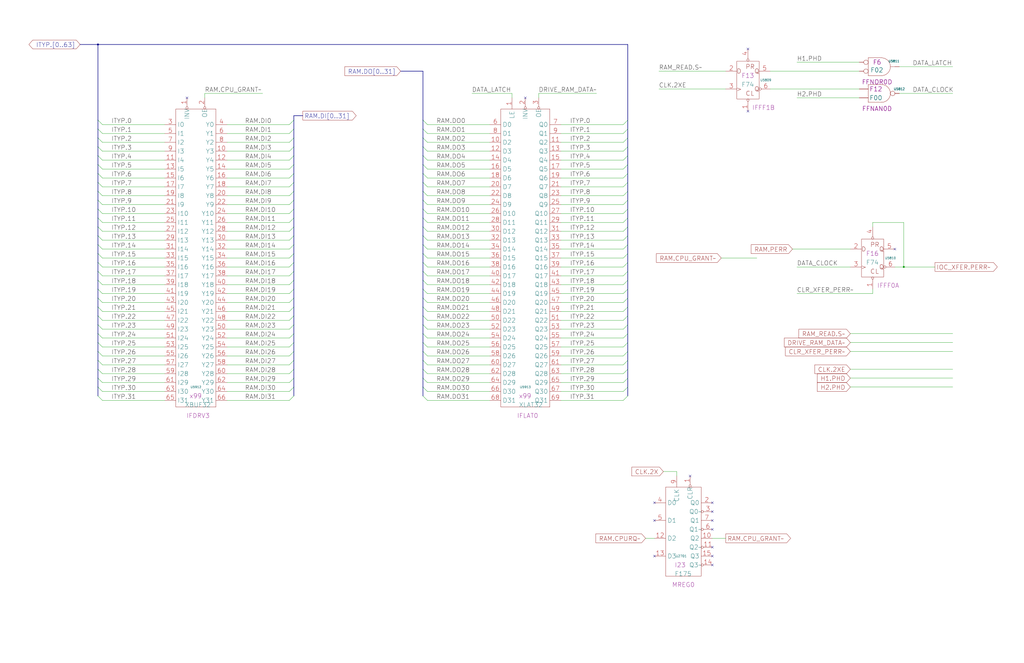
<source format=kicad_sch>
(kicad_sch (version 20221206) (generator eeschema)
  (paper "User" 584.2 378.46)
  (title_block (title "RAM INTERFACE\\nDATA PATHS") (date "22-SEP-90") (rev "2.0") (comment 1 "IOC") (comment 2 "232-003061") (comment 3 "S400") (comment 4 "RELEASED"))
  (lib_symbols
    (symbol "r1000:F00" (pin_numbers hide) (pin_names hide)
      (property "Reference" "U" (at 15.24 0 0))
      (property "Value" "F00" (at 1.905 -5.08 0))
      (property "Location" "___" (at 1.905 0 0))
      (property "Name" "______" (at 2.54 -12.7 0))
      (symbol "F00_1_1"
        (pin input line (at -7.62 0 0) (length 5.08) (name "D0") (number "1"))
        (pin input line (at -7.62 -5.08 0) (length 5.08) (name "D1") (number "2"))
        (pin output line (at 15.24 -2.54 180) (length 2.54) (name "Q") (number "3"))
      )
      (symbol "F00_1_2"
        (pin input line (at -7.62 0 0) (length 2.54) (name "D0") (number "1"))
        (pin input line (at -7.62 -5.08 0) (length 2.54) (name "D1") (number "2"))
        (pin output line (at 15.24 -2.54 180) (length 5.08) (name "Q") (number "3"))
      )
    )
    (symbol "r1000:F02" (pin_numbers hide) (pin_names hide)
      (property "Reference" "U" (at 12.16 0.635 0))
      (property "Value" "F02" (at -1.27 -4.445 0))
      (property "Location" "___" (at 2.54 0 0))
      (property "Name" "______" (at 2.54 -12.7 0))
      (symbol "F02_1_1"
        (pin input line (at -7.62 0 0) (length 2.54) (name "D0") (number "1"))
        (pin input line (at -7.62 -5.08 0) (length 2.54) (name "D1") (number "2"))
        (pin output line (at 15.24 -2.54 180) (length 1.27) (name "Q") (number "3"))
      )
      (symbol "F02_1_2"
        (pin input line (at -7.62 0 0) (length 2.54) (name "D0") (number "1"))
        (pin input line (at -7.62 -5.08 0) (length 2.54) (name "D1") (number "2"))
        (pin output line (at 15.24 -2.54 180) (length 2.54) (name "Q") (number "3"))
      )
    )
    (symbol "r1000:F175" (pin_names (offset 1.016))
      (property "Reference" "U" (at 2.54 5.08 0))
      (property "Value" "F175" (at -1.27 -5.08 0))
      (property "Location" "___" (at -1.27 0 0))
      (property "Name" "______" (at 3.81 -12.7 0))
      (symbol "F175_1_1"
        (pin input line (at 7.62 50.8 270) (length 5.08) (name "CLR") (number "1"))
        (pin output line (at 20.32 15.24 180) (length 6.35) (name "Q2") (number "10"))
        (pin output line (at 20.32 10.16 180) (length 5.08) (name "Q2~") (number "11"))
        (pin input line (at -12.7 15.24 0) (length 6.35) (name "D2") (number "12"))
        (pin input line (at -12.7 5.08 0) (length 6.35) (name "D3") (number "13"))
        (pin output line (at 20.32 0 180) (length 5.08) (name "Q3~") (number "14"))
        (pin output line (at 20.32 5.08 180) (length 6.35) (name "Q3") (number "15"))
        (pin output line (at 20.32 35.56 180) (length 6.35) (name "Q0") (number "2"))
        (pin output line (at 20.32 30.48 180) (length 5.08) (name "Q0~") (number "3"))
        (pin input line (at -12.7 35.56 0) (length 6.35) (name "D0") (number "4"))
        (pin input line (at -12.7 25.4 0) (length 6.35) (name "D1") (number "5"))
        (pin output line (at 20.32 20.32 180) (length 5.08) (name "Q1~") (number "6"))
        (pin output line (at 20.32 25.4 180) (length 6.35) (name "Q1") (number "7"))
        (pin input line (at 0 50.8 270) (length 6.35) (name "CLK") (number "9"))
      )
    )
    (symbol "r1000:F74" (pin_names (offset 1.016) hide)
      (property "Reference" "U" (at 12.7 -2.54 0))
      (property "Value" "F74" (at -1.27 -5.08 0))
      (property "Location" "___" (at -1.27 0 0))
      (property "Name" "______" (at 11.43 -19.685 0))
      (symbol "F74_1_1"
        (text ">" (at -2.54 -7.62 0) (effects (font (size 2.54 2.54))))
        (text "C" (at 2.54 -10.16 0) (effects (font (size 2.54 2.54))))
        (text "D" (at -2.54 2.54 0) (effects (font (size 2.54 2.54))))
        (text "L" (at 5.08 -10.16 0) (effects (font (size 2.54 2.54))))
        (text "P" (at 2.54 5.08 0) (effects (font (size 2.54 2.54))))
        (text "Q" (at 7.62 -7.62 0) (effects (font (size 2.54 2.54))))
        (text "Q" (at 7.62 2.54 0) (effects (font (size 2.54 2.54))))
        (text "R" (at 5.08 5.08 0) (effects (font (size 2.54 2.54))))
        (pin input line (at 2.54 -20.32 90) (length 5.08) (name "CL_") (number "1"))
        (pin input line (at -10.16 2.54 0) (length 6.35) (name "D") (number "2"))
        (pin input line (at -10.16 -7.62 0) (length 6.35) (name "CLK") (number "3"))
        (pin input line (at 2.54 15.24 270) (length 5.08) (name "PR_") (number "4"))
        (pin output line (at 15.24 2.54 180) (length 6.35) (name "Q") (number "5"))
        (pin output line (at 15.24 -7.62 180) (length 5.08) (name "Q_") (number "6"))
      )
    )
    (symbol "r1000:XBUF32" (pin_names (offset 1.016))
      (property "Reference" "U" (at 2.54 5.08 0))
      (property "Value" "XBUF32" (at -3.81 -5.08 0))
      (property "Location" "___" (at -1.27 0 0))
      (property "Name" "______" (at 3.81 -12.7 0))
      (symbol "XBUF32_1_1"
        (pin input line (at -2.54 170.18 270) (length 5.08) (name "INV") (number "1"))
        (pin tri_state line (at 20.32 139.7 180) (length 6.35) (name "Y3") (number "10"))
        (pin input line (at -15.24 134.62 0) (length 6.35) (name "I4") (number "11"))
        (pin tri_state line (at 20.32 134.62 180) (length 6.35) (name "Y4") (number "12"))
        (pin input line (at -15.24 129.54 0) (length 6.35) (name "I5") (number "13"))
        (pin tri_state line (at 20.32 129.54 180) (length 6.35) (name "Y5") (number "14"))
        (pin input line (at -15.24 124.46 0) (length 6.35) (name "I6") (number "15"))
        (pin tri_state line (at 20.32 124.46 180) (length 6.35) (name "Y6") (number "16"))
        (pin input line (at -15.24 119.38 0) (length 6.35) (name "I7") (number "17"))
        (pin tri_state line (at 20.32 119.38 180) (length 6.35) (name "Y7") (number "18"))
        (pin input line (at -15.24 114.3 0) (length 6.35) (name "I8") (number "19"))
        (pin input line (at 7.62 170.18 270) (length 5.08) (name "OE") (number "2"))
        (pin tri_state line (at 20.32 114.3 180) (length 6.35) (name "Y8") (number "20"))
        (pin input line (at -15.24 109.22 0) (length 6.35) (name "I9") (number "21"))
        (pin tri_state line (at 20.32 109.22 180) (length 6.35) (name "Y9") (number "22"))
        (pin input line (at -15.24 104.14 0) (length 6.35) (name "I10") (number "23"))
        (pin tri_state line (at 20.32 104.14 180) (length 6.35) (name "Y10") (number "24"))
        (pin input line (at -15.24 99.06 0) (length 6.35) (name "I11") (number "25"))
        (pin tri_state line (at 20.32 99.06 180) (length 6.35) (name "Y11") (number "26"))
        (pin input line (at -15.24 93.98 0) (length 6.35) (name "I12") (number "27"))
        (pin tri_state line (at 20.32 93.98 180) (length 6.35) (name "Y12") (number "28"))
        (pin input line (at -15.24 88.9 0) (length 6.35) (name "I13") (number "29"))
        (pin input line (at -15.24 154.94 0) (length 6.35) (name "I0") (number "3"))
        (pin tri_state line (at 20.32 88.9 180) (length 6.35) (name "Y13") (number "30"))
        (pin input line (at -15.24 83.82 0) (length 6.35) (name "I14") (number "31"))
        (pin tri_state line (at 20.32 83.82 180) (length 6.35) (name "Y14") (number "32"))
        (pin input line (at -15.24 78.74 0) (length 6.35) (name "I15") (number "33"))
        (pin tri_state line (at 20.32 78.74 180) (length 6.35) (name "Y15") (number "34"))
        (pin input line (at -15.24 73.66 0) (length 6.35) (name "I16") (number "35"))
        (pin tri_state line (at 20.32 73.66 180) (length 6.35) (name "Y16") (number "36"))
        (pin input line (at -15.24 68.58 0) (length 6.35) (name "I17") (number "37"))
        (pin tri_state line (at 20.32 68.58 180) (length 6.35) (name "Y17") (number "38"))
        (pin input line (at -15.24 63.5 0) (length 6.35) (name "I18") (number "39"))
        (pin tri_state line (at 20.32 154.94 180) (length 6.35) (name "Y0") (number "4"))
        (pin tri_state line (at 20.32 63.5 180) (length 6.35) (name "Y18") (number "40"))
        (pin input line (at -15.24 58.42 0) (length 6.35) (name "I19") (number "41"))
        (pin tri_state line (at 20.32 58.42 180) (length 6.35) (name "Y19") (number "42"))
        (pin input line (at -15.24 53.34 0) (length 6.35) (name "I20") (number "43"))
        (pin tri_state line (at 20.32 53.34 180) (length 6.35) (name "Y20") (number "44"))
        (pin input line (at -15.24 48.26 0) (length 6.35) (name "I21") (number "45"))
        (pin tri_state line (at 20.32 48.26 180) (length 6.35) (name "Y21") (number "46"))
        (pin input line (at -15.24 43.18 0) (length 6.35) (name "I22") (number "47"))
        (pin tri_state line (at 20.32 43.18 180) (length 6.35) (name "Y22") (number "48"))
        (pin input line (at -15.24 38.1 0) (length 6.35) (name "I23") (number "49"))
        (pin input line (at -15.24 149.86 0) (length 6.35) (name "I1") (number "5"))
        (pin tri_state line (at 20.32 38.1 180) (length 6.35) (name "Y23") (number "50"))
        (pin input line (at -15.24 33.02 0) (length 6.35) (name "I24") (number "51"))
        (pin tri_state line (at 20.32 33.02 180) (length 6.35) (name "Y24") (number "52"))
        (pin input line (at -15.24 27.94 0) (length 6.35) (name "I25") (number "53"))
        (pin tri_state line (at 20.32 27.94 180) (length 6.35) (name "Y25") (number "54"))
        (pin input line (at -15.24 22.86 0) (length 6.35) (name "I26") (number "55"))
        (pin tri_state line (at 20.32 22.86 180) (length 6.35) (name "Y26") (number "56"))
        (pin input line (at -15.24 17.78 0) (length 6.35) (name "I27") (number "57"))
        (pin tri_state line (at 20.32 17.78 180) (length 6.35) (name "Y27") (number "58"))
        (pin input line (at -15.24 12.7 0) (length 6.35) (name "I28") (number "59"))
        (pin tri_state line (at 20.32 149.86 180) (length 6.35) (name "Y1") (number "6"))
        (pin tri_state line (at 20.32 12.7 180) (length 6.35) (name "Y28") (number "60"))
        (pin input line (at -15.24 7.62 0) (length 6.35) (name "I29") (number "61"))
        (pin tri_state line (at 20.32 7.62 180) (length 6.35) (name "Y29") (number "62"))
        (pin input line (at -15.24 2.54 0) (length 6.35) (name "I30") (number "63"))
        (pin tri_state line (at 20.32 2.54 180) (length 6.35) (name "Y30") (number "64"))
        (pin input line (at -15.24 -2.54 0) (length 6.35) (name "I31") (number "65"))
        (pin tri_state line (at 20.32 -2.54 180) (length 6.35) (name "Y31") (number "66"))
        (pin input line (at -15.24 144.78 0) (length 6.35) (name "I2") (number "7"))
        (pin tri_state line (at 20.32 144.78 180) (length 6.35) (name "Y2") (number "8"))
        (pin input line (at -15.24 139.7 0) (length 6.35) (name "I3") (number "9"))
      )
    )
    (symbol "r1000:XLAT32" (pin_names (offset 1.016))
      (property "Reference" "U" (at 2.54 5.08 0))
      (property "Value" "XLAT32" (at -1.27 -5.08 0))
      (property "Location" "___" (at -1.27 0 0))
      (property "Name" "______" (at 3.81 -12.7 0))
      (symbol "XLAT32_1_1"
        (pin input line (at -5.08 170.18 270) (length 6.35) (name "LE") (number "1"))
        (pin input line (at -17.78 144.78 0) (length 6.35) (name "D2") (number "10"))
        (pin tri_state line (at 22.86 144.78 180) (length 6.35) (name "Q2") (number "11"))
        (pin input line (at -17.78 139.7 0) (length 6.35) (name "D3") (number "12"))
        (pin tri_state line (at 22.86 139.7 180) (length 6.35) (name "Q3") (number "13"))
        (pin input line (at -17.78 134.62 0) (length 6.35) (name "D4") (number "14"))
        (pin tri_state line (at 22.86 134.62 180) (length 6.35) (name "Q4") (number "15"))
        (pin input line (at -17.78 129.54 0) (length 6.35) (name "D5") (number "16"))
        (pin tri_state line (at 22.86 129.54 180) (length 6.35) (name "Q5") (number "17"))
        (pin input line (at -17.78 124.46 0) (length 6.35) (name "D6") (number "18"))
        (pin tri_state line (at 22.86 124.46 180) (length 6.35) (name "Q6") (number "19"))
        (pin input line (at 2.54 170.18 270) (length 5.08) (name "INV") (number "2"))
        (pin input line (at -17.78 119.38 0) (length 6.35) (name "D7") (number "20"))
        (pin tri_state line (at 22.86 119.38 180) (length 6.35) (name "Q7") (number "21"))
        (pin input line (at -17.78 114.3 0) (length 6.35) (name "D8") (number "22"))
        (pin tri_state line (at 22.86 114.3 180) (length 6.35) (name "Q8") (number "23"))
        (pin input line (at -17.78 109.22 0) (length 6.35) (name "D9") (number "24"))
        (pin tri_state line (at 22.86 109.22 180) (length 6.35) (name "Q9") (number "25"))
        (pin input line (at -17.78 104.14 0) (length 6.35) (name "D10") (number "26"))
        (pin tri_state line (at 22.86 104.14 180) (length 6.35) (name "Q10") (number "27"))
        (pin input line (at -17.78 99.06 0) (length 6.35) (name "D11") (number "28"))
        (pin tri_state line (at 22.86 99.06 180) (length 6.35) (name "Q11") (number "29"))
        (pin input line (at 10.16 170.18 270) (length 5.08) (name "OE") (number "3"))
        (pin input line (at -17.78 93.98 0) (length 6.35) (name "D12") (number "30"))
        (pin tri_state line (at 22.86 93.98 180) (length 6.35) (name "Q12") (number "31"))
        (pin input line (at -17.78 88.9 0) (length 6.35) (name "D13") (number "32"))
        (pin tri_state line (at 22.86 88.9 180) (length 6.35) (name "Q13") (number "33"))
        (pin input line (at -17.78 83.82 0) (length 6.35) (name "D14") (number "34"))
        (pin tri_state line (at 22.86 83.82 180) (length 6.35) (name "Q14") (number "35"))
        (pin input line (at -17.78 78.74 0) (length 6.35) (name "D15") (number "36"))
        (pin tri_state line (at 22.86 78.74 180) (length 6.35) (name "Q15") (number "37"))
        (pin input line (at -17.78 73.66 0) (length 6.35) (name "D16") (number "38"))
        (pin tri_state line (at 22.86 73.66 180) (length 6.35) (name "Q16") (number "39"))
        (pin input line (at -17.78 68.58 0) (length 6.35) (name "D17") (number "40"))
        (pin tri_state line (at 22.86 68.58 180) (length 6.35) (name "Q17") (number "41"))
        (pin input line (at -17.78 63.5 0) (length 6.35) (name "D18") (number "42"))
        (pin tri_state line (at 22.86 63.5 180) (length 6.35) (name "Q18") (number "43"))
        (pin input line (at -17.78 58.42 0) (length 6.35) (name "D19") (number "44"))
        (pin tri_state line (at 22.86 58.42 180) (length 6.35) (name "Q19") (number "45"))
        (pin input line (at -17.78 53.34 0) (length 6.35) (name "D20") (number "46"))
        (pin tri_state line (at 22.86 53.34 180) (length 6.35) (name "Q20") (number "47"))
        (pin input line (at -17.78 48.26 0) (length 6.35) (name "D21") (number "48"))
        (pin tri_state line (at 22.86 48.26 180) (length 6.35) (name "Q21") (number "49"))
        (pin input line (at -17.78 43.18 0) (length 6.35) (name "D22") (number "50"))
        (pin tri_state line (at 22.86 43.18 180) (length 6.35) (name "Q22") (number "51"))
        (pin input line (at -17.78 38.1 0) (length 6.35) (name "D23") (number "52"))
        (pin tri_state line (at 22.86 38.1 180) (length 6.35) (name "Q23") (number "53"))
        (pin input line (at -17.78 33.02 0) (length 6.35) (name "D24") (number "54"))
        (pin tri_state line (at 22.86 33.02 180) (length 6.35) (name "Q24") (number "55"))
        (pin input line (at -17.78 27.94 0) (length 6.35) (name "D25") (number "56"))
        (pin tri_state line (at 22.86 27.94 180) (length 6.35) (name "Q25") (number "57"))
        (pin input line (at -17.78 22.86 0) (length 6.35) (name "D26") (number "58"))
        (pin tri_state line (at 22.86 22.86 180) (length 6.35) (name "Q26") (number "59"))
        (pin input line (at -17.78 154.94 0) (length 6.35) (name "D0") (number "6"))
        (pin input line (at -17.78 17.78 0) (length 6.35) (name "D27") (number "60"))
        (pin tri_state line (at 22.86 17.78 180) (length 6.35) (name "Q27") (number "61"))
        (pin input line (at -17.78 12.7 0) (length 6.35) (name "D28") (number "62"))
        (pin tri_state line (at 22.86 12.7 180) (length 6.35) (name "Q28") (number "63"))
        (pin input line (at -17.78 7.62 0) (length 6.35) (name "D29") (number "64"))
        (pin tri_state line (at 22.86 7.62 180) (length 6.35) (name "Q29") (number "65"))
        (pin input line (at -17.78 2.54 0) (length 6.35) (name "D30") (number "66"))
        (pin tri_state line (at 22.86 2.54 180) (length 6.35) (name "Q30") (number "67"))
        (pin input line (at -17.78 -2.54 0) (length 6.35) (name "D31") (number "68"))
        (pin tri_state line (at 22.86 -2.54 180) (length 6.35) (name "Q31") (number "69"))
        (pin tri_state line (at 22.86 154.94 180) (length 6.35) (name "Q0") (number "7"))
        (pin input line (at -17.78 149.86 0) (length 6.35) (name "D1") (number "8"))
        (pin tri_state line (at 22.86 149.86 180) (length 6.35) (name "Q1") (number "9"))
      )
    )
  )
  (junction (at 515.62 152.4))
  (junction (at 55.88 25.4))
  (no_connect (at 373.38 297.18))
  (no_connect (at 299.72 55.88))
  (no_connect (at 373.38 317.5))
  (no_connect (at 373.38 287.02))
  (no_connect (at 426.72 27.94))
  (no_connect (at 406.4 287.02))
  (no_connect (at 510.54 142.24))
  (no_connect (at 406.4 292.1))
  (no_connect (at 106.68 55.88))
  (no_connect (at 406.4 302.26))
  (no_connect (at 426.72 63.5))
  (no_connect (at 406.4 317.5))
  (no_connect (at 406.4 297.18))
  (no_connect (at 393.7 271.78))
  (no_connect (at 406.4 322.58))
  (no_connect (at 406.4 312.42))
  (bus_entry (at 358.14 83.82) (size -2.54 2.54))
  (bus_entry (at 241.3 160.02) (size 2.54 2.54))
  (bus_entry (at 55.88 165.1) (size 2.54 2.54))
  (bus_entry (at 167.64 93.98) (size -2.54 2.54))
  (bus_entry (at 167.64 220.98) (size -2.54 2.54))
  (bus_entry (at 55.88 114.3) (size 2.54 2.54))
  (bus_entry (at 241.3 114.3) (size 2.54 2.54))
  (bus_entry (at 358.14 139.7) (size -2.54 2.54))
  (bus_entry (at 55.88 215.9) (size 2.54 2.54))
  (bus_entry (at 241.3 129.54) (size 2.54 2.54))
  (bus_entry (at 241.3 226.06) (size 2.54 2.54))
  (bus_entry (at 241.3 99.06) (size 2.54 2.54))
  (bus_entry (at 55.88 200.66) (size 2.54 2.54))
  (bus_entry (at 241.3 205.74) (size 2.54 2.54))
  (bus_entry (at 167.64 129.54) (size -2.54 2.54))
  (bus_entry (at 241.3 180.34) (size 2.54 2.54))
  (bus_entry (at 167.64 215.9) (size -2.54 2.54))
  (bus_entry (at 241.3 93.98) (size 2.54 2.54))
  (bus_entry (at 55.88 160.02) (size 2.54 2.54))
  (bus_entry (at 358.14 119.38) (size -2.54 2.54))
  (bus_entry (at 241.3 139.7) (size 2.54 2.54))
  (bus_entry (at 167.64 114.3) (size -2.54 2.54))
  (bus_entry (at 55.88 180.34) (size 2.54 2.54))
  (bus_entry (at 55.88 73.66) (size 2.54 2.54))
  (bus_entry (at 241.3 119.38) (size 2.54 2.54))
  (bus_entry (at 241.3 220.98) (size 2.54 2.54))
  (bus_entry (at 55.88 129.54) (size 2.54 2.54))
  (bus_entry (at 167.64 205.74) (size -2.54 2.54))
  (bus_entry (at 167.64 124.46) (size -2.54 2.54))
  (bus_entry (at 358.14 104.14) (size -2.54 2.54))
  (bus_entry (at 55.88 134.62) (size 2.54 2.54))
  (bus_entry (at 358.14 185.42) (size -2.54 2.54))
  (bus_entry (at 241.3 68.58) (size 2.54 2.54))
  (bus_entry (at 358.14 124.46) (size -2.54 2.54))
  (bus_entry (at 55.88 149.86) (size 2.54 2.54))
  (bus_entry (at 55.88 99.06) (size 2.54 2.54))
  (bus_entry (at 167.64 104.14) (size -2.54 2.54))
  (bus_entry (at 167.64 165.1) (size -2.54 2.54))
  (bus_entry (at 241.3 210.82) (size 2.54 2.54))
  (bus_entry (at 358.14 109.22) (size -2.54 2.54))
  (bus_entry (at 55.88 195.58) (size 2.54 2.54))
  (bus_entry (at 167.64 175.26) (size -2.54 2.54))
  (bus_entry (at 241.3 185.42) (size 2.54 2.54))
  (bus_entry (at 358.14 114.3) (size -2.54 2.54))
  (bus_entry (at 358.14 134.62) (size -2.54 2.54))
  (bus_entry (at 167.64 154.94) (size -2.54 2.54))
  (bus_entry (at 241.3 190.5) (size 2.54 2.54))
  (bus_entry (at 358.14 200.66) (size -2.54 2.54))
  (bus_entry (at 167.64 210.82) (size -2.54 2.54))
  (bus_entry (at 55.88 68.58) (size 2.54 2.54))
  (bus_entry (at 358.14 195.58) (size -2.54 2.54))
  (bus_entry (at 241.3 154.94) (size 2.54 2.54))
  (bus_entry (at 358.14 210.82) (size -2.54 2.54))
  (bus_entry (at 241.3 124.46) (size 2.54 2.54))
  (bus_entry (at 55.88 154.94) (size 2.54 2.54))
  (bus_entry (at 167.64 180.34) (size -2.54 2.54))
  (bus_entry (at 167.64 185.42) (size -2.54 2.54))
  (bus_entry (at 358.14 144.78) (size -2.54 2.54))
  (bus_entry (at 358.14 93.98) (size -2.54 2.54))
  (bus_entry (at 167.64 88.9) (size -2.54 2.54))
  (bus_entry (at 167.64 139.7) (size -2.54 2.54))
  (bus_entry (at 55.88 205.74) (size 2.54 2.54))
  (bus_entry (at 358.14 68.58) (size -2.54 2.54))
  (bus_entry (at 241.3 175.26) (size 2.54 2.54))
  (bus_entry (at 241.3 170.18) (size 2.54 2.54))
  (bus_entry (at 55.88 139.7) (size 2.54 2.54))
  (bus_entry (at 241.3 83.82) (size 2.54 2.54))
  (bus_entry (at 241.3 149.86) (size 2.54 2.54))
  (bus_entry (at 55.88 170.18) (size 2.54 2.54))
  (bus_entry (at 167.64 68.58) (size -2.54 2.54))
  (bus_entry (at 358.14 154.94) (size -2.54 2.54))
  (bus_entry (at 167.64 200.66) (size -2.54 2.54))
  (bus_entry (at 167.64 83.82) (size -2.54 2.54))
  (bus_entry (at 241.3 104.14) (size 2.54 2.54))
  (bus_entry (at 241.3 195.58) (size 2.54 2.54))
  (bus_entry (at 55.88 119.38) (size 2.54 2.54))
  (bus_entry (at 358.14 180.34) (size -2.54 2.54))
  (bus_entry (at 167.64 170.18) (size -2.54 2.54))
  (bus_entry (at 241.3 165.1) (size 2.54 2.54))
  (bus_entry (at 55.88 190.5) (size 2.54 2.54))
  (bus_entry (at 241.3 88.9) (size 2.54 2.54))
  (bus_entry (at 55.88 185.42) (size 2.54 2.54))
  (bus_entry (at 55.88 93.98) (size 2.54 2.54))
  (bus_entry (at 358.14 170.18) (size -2.54 2.54))
  (bus_entry (at 55.88 124.46) (size 2.54 2.54))
  (bus_entry (at 358.14 73.66) (size -2.54 2.54))
  (bus_entry (at 358.14 215.9) (size -2.54 2.54))
  (bus_entry (at 241.3 78.74) (size 2.54 2.54))
  (bus_entry (at 167.64 134.62) (size -2.54 2.54))
  (bus_entry (at 167.64 78.74) (size -2.54 2.54))
  (bus_entry (at 55.88 175.26) (size 2.54 2.54))
  (bus_entry (at 241.3 200.66) (size 2.54 2.54))
  (bus_entry (at 358.14 175.26) (size -2.54 2.54))
  (bus_entry (at 358.14 205.74) (size -2.54 2.54))
  (bus_entry (at 167.64 160.02) (size -2.54 2.54))
  (bus_entry (at 241.3 215.9) (size 2.54 2.54))
  (bus_entry (at 358.14 226.06) (size -2.54 2.54))
  (bus_entry (at 167.64 99.06) (size -2.54 2.54))
  (bus_entry (at 55.88 88.9) (size 2.54 2.54))
  (bus_entry (at 358.14 149.86) (size -2.54 2.54))
  (bus_entry (at 167.64 73.66) (size -2.54 2.54))
  (bus_entry (at 55.88 104.14) (size 2.54 2.54))
  (bus_entry (at 167.64 190.5) (size -2.54 2.54))
  (bus_entry (at 55.88 78.74) (size 2.54 2.54))
  (bus_entry (at 358.14 165.1) (size -2.54 2.54))
  (bus_entry (at 358.14 220.98) (size -2.54 2.54))
  (bus_entry (at 55.88 144.78) (size 2.54 2.54))
  (bus_entry (at 358.14 88.9) (size -2.54 2.54))
  (bus_entry (at 358.14 190.5) (size -2.54 2.54))
  (bus_entry (at 55.88 109.22) (size 2.54 2.54))
  (bus_entry (at 358.14 78.74) (size -2.54 2.54))
  (bus_entry (at 358.14 160.02) (size -2.54 2.54))
  (bus_entry (at 167.64 144.78) (size -2.54 2.54))
  (bus_entry (at 167.64 119.38) (size -2.54 2.54))
  (bus_entry (at 241.3 73.66) (size 2.54 2.54))
  (bus_entry (at 167.64 109.22) (size -2.54 2.54))
  (bus_entry (at 241.3 134.62) (size 2.54 2.54))
  (bus_entry (at 241.3 109.22) (size 2.54 2.54))
  (bus_entry (at 241.3 144.78) (size 2.54 2.54))
  (bus_entry (at 167.64 149.86) (size -2.54 2.54))
  (bus_entry (at 55.88 210.82) (size 2.54 2.54))
  (bus_entry (at 358.14 129.54) (size -2.54 2.54))
  (bus_entry (at 358.14 99.06) (size -2.54 2.54))
  (bus_entry (at 55.88 226.06) (size 2.54 2.54))
  (bus_entry (at 167.64 195.58) (size -2.54 2.54))
  (bus_entry (at 167.64 226.06) (size -2.54 2.54))
  (bus_entry (at 55.88 220.98) (size 2.54 2.54))
  (bus_entry (at 55.88 83.82) (size 2.54 2.54))
  (bus (pts (xy 167.64 109.22) (xy 167.64 114.3)))
  (bus (pts (xy 167.64 88.9) (xy 167.64 93.98)))
  (wire (pts (xy 355.6 86.36) (xy 320.04 86.36)))
  (wire (pts (xy 378.46 269.24) (xy 386.08 269.24)))
  (wire (pts (xy 58.42 76.2) (xy 93.98 76.2)))
  (wire (pts (xy 129.54 152.4) (xy 165.1 152.4)))
  (wire (pts (xy 243.84 127) (xy 279.4 127)))
  (wire (pts (xy 243.84 96.52) (xy 279.4 96.52)))
  (wire (pts (xy 58.42 137.16) (xy 93.98 137.16)))
  (bus (pts (xy 358.14 25.4) (xy 358.14 68.58)))
  (bus (pts (xy 167.64 195.58) (xy 167.64 200.66)))
  (wire (pts (xy 243.84 182.88) (xy 279.4 182.88)))
  (bus (pts (xy 358.14 170.18) (xy 358.14 175.26)))
  (wire (pts (xy 355.6 157.48) (xy 320.04 157.48)))
  (bus (pts (xy 167.64 129.54) (xy 167.64 134.62)))
  (bus (pts (xy 241.3 154.94) (xy 241.3 160.02)))
  (bus (pts (xy 167.64 78.74) (xy 167.64 83.82)))
  (wire (pts (xy 355.6 213.36) (xy 320.04 213.36)))
  (bus (pts (xy 358.14 210.82) (xy 358.14 215.9)))
  (wire (pts (xy 355.6 147.32) (xy 320.04 147.32)))
  (bus (pts (xy 358.14 180.34) (xy 358.14 185.42)))
  (wire (pts (xy 129.54 223.52) (xy 165.1 223.52)))
  (bus (pts (xy 167.64 185.42) (xy 167.64 190.5)))
  (bus (pts (xy 241.3 119.38) (xy 241.3 124.46)))
  (wire (pts (xy 439.42 50.8) (xy 490.22 50.8)))
  (wire (pts (xy 129.54 132.08) (xy 165.1 132.08)))
  (wire (pts (xy 368.3 307.34) (xy 373.38 307.34)))
  (bus (pts (xy 167.64 149.86) (xy 167.64 154.94)))
  (wire (pts (xy 129.54 96.52) (xy 165.1 96.52)))
  (bus (pts (xy 55.88 134.62) (xy 55.88 139.7)))
  (wire (pts (xy 386.08 269.24) (xy 386.08 271.78)))
  (wire (pts (xy 58.42 182.88) (xy 93.98 182.88)))
  (wire (pts (xy 58.42 187.96) (xy 93.98 187.96)))
  (wire (pts (xy 355.6 182.88) (xy 320.04 182.88)))
  (bus (pts (xy 241.3 205.74) (xy 241.3 210.82)))
  (bus (pts (xy 358.14 165.1) (xy 358.14 170.18)))
  (wire (pts (xy 497.84 127) (xy 515.62 127)))
  (bus (pts (xy 55.88 144.78) (xy 55.88 149.86)))
  (wire (pts (xy 355.6 91.44) (xy 320.04 91.44)))
  (bus (pts (xy 358.14 149.86) (xy 358.14 154.94)))
  (bus (pts (xy 358.14 83.82) (xy 358.14 88.9)))
  (wire (pts (xy 355.6 187.96) (xy 320.04 187.96)))
  (bus (pts (xy 358.14 175.26) (xy 358.14 180.34)))
  (wire (pts (xy 129.54 111.76) (xy 165.1 111.76)))
  (wire (pts (xy 243.84 76.2) (xy 279.4 76.2)))
  (wire (pts (xy 243.84 162.56) (xy 279.4 162.56)))
  (bus (pts (xy 55.88 99.06) (xy 55.88 104.14)))
  (wire (pts (xy 129.54 116.84) (xy 165.1 116.84)))
  (bus (pts (xy 55.88 175.26) (xy 55.88 180.34)))
  (wire (pts (xy 243.84 213.36) (xy 279.4 213.36)))
  (bus (pts (xy 241.3 83.82) (xy 241.3 88.9)))
  (bus (pts (xy 241.3 160.02) (xy 241.3 165.1)))
  (bus (pts (xy 167.64 180.34) (xy 167.64 185.42)))
  (bus (pts (xy 358.14 220.98) (xy 358.14 226.06)))
  (bus (pts (xy 241.3 190.5) (xy 241.3 195.58)))
  (wire (pts (xy 452.12 142.24) (xy 485.14 142.24)))
  (bus (pts (xy 358.14 68.58) (xy 358.14 73.66)))
  (wire (pts (xy 58.42 177.8) (xy 93.98 177.8)))
  (wire (pts (xy 355.6 96.52) (xy 320.04 96.52)))
  (wire (pts (xy 58.42 147.32) (xy 93.98 147.32)))
  (bus (pts (xy 167.64 200.66) (xy 167.64 205.74)))
  (wire (pts (xy 58.42 142.24) (xy 93.98 142.24)))
  (bus (pts (xy 241.3 124.46) (xy 241.3 129.54)))
  (bus (pts (xy 55.88 180.34) (xy 55.88 185.42)))
  (wire (pts (xy 454.66 55.88) (xy 490.22 55.88)))
  (bus (pts (xy 55.88 190.5) (xy 55.88 195.58)))
  (bus (pts (xy 167.64 66.04) (xy 172.72 66.04)))
  (bus (pts (xy 241.3 99.06) (xy 241.3 104.14)))
  (bus (pts (xy 167.64 104.14) (xy 167.64 109.22)))
  (bus (pts (xy 55.88 160.02) (xy 55.88 165.1)))
  (wire (pts (xy 129.54 162.56) (xy 165.1 162.56)))
  (wire (pts (xy 355.6 76.2) (xy 320.04 76.2)))
  (wire (pts (xy 355.6 162.56) (xy 320.04 162.56)))
  (wire (pts (xy 497.84 165.1) (xy 497.84 167.64)))
  (bus (pts (xy 167.64 99.06) (xy 167.64 104.14)))
  (wire (pts (xy 58.42 172.72) (xy 93.98 172.72)))
  (wire (pts (xy 355.6 223.52) (xy 320.04 223.52)))
  (wire (pts (xy 485.14 220.98) (xy 543.56 220.98)))
  (wire (pts (xy 243.84 132.08) (xy 279.4 132.08)))
  (wire (pts (xy 58.42 218.44) (xy 93.98 218.44)))
  (wire (pts (xy 58.42 111.76) (xy 93.98 111.76)))
  (bus (pts (xy 241.3 165.1) (xy 241.3 170.18)))
  (wire (pts (xy 243.84 81.28) (xy 279.4 81.28)))
  (wire (pts (xy 485.14 210.82) (xy 543.56 210.82)))
  (wire (pts (xy 129.54 218.44) (xy 165.1 218.44)))
  (bus (pts (xy 167.64 160.02) (xy 167.64 165.1)))
  (wire (pts (xy 129.54 213.36) (xy 165.1 213.36)))
  (wire (pts (xy 129.54 81.28) (xy 165.1 81.28)))
  (wire (pts (xy 129.54 147.32) (xy 165.1 147.32)))
  (wire (pts (xy 243.84 177.8) (xy 279.4 177.8)))
  (bus (pts (xy 241.3 78.74) (xy 241.3 83.82)))
  (bus (pts (xy 55.88 220.98) (xy 55.88 226.06)))
  (wire (pts (xy 355.6 172.72) (xy 320.04 172.72)))
  (bus (pts (xy 55.88 129.54) (xy 55.88 134.62)))
  (bus (pts (xy 358.14 185.42) (xy 358.14 190.5)))
  (wire (pts (xy 355.6 111.76) (xy 320.04 111.76)))
  (bus (pts (xy 358.14 215.9) (xy 358.14 220.98)))
  (wire (pts (xy 243.84 157.48) (xy 279.4 157.48)))
  (bus (pts (xy 241.3 215.9) (xy 241.3 220.98)))
  (wire (pts (xy 355.6 142.24) (xy 320.04 142.24)))
  (bus (pts (xy 55.88 104.14) (xy 55.88 109.22)))
  (bus (pts (xy 55.88 124.46) (xy 55.88 129.54)))
  (wire (pts (xy 375.92 50.8) (xy 414.02 50.8)))
  (wire (pts (xy 243.84 86.36) (xy 279.4 86.36)))
  (bus (pts (xy 167.64 68.58) (xy 167.64 73.66)))
  (bus (pts (xy 358.14 200.66) (xy 358.14 205.74)))
  (bus (pts (xy 358.14 129.54) (xy 358.14 134.62)))
  (bus (pts (xy 167.64 114.3) (xy 167.64 119.38)))
  (bus (pts (xy 358.14 114.3) (xy 358.14 119.38)))
  (wire (pts (xy 129.54 198.12) (xy 165.1 198.12)))
  (bus (pts (xy 358.14 99.06) (xy 358.14 104.14)))
  (bus (pts (xy 55.88 25.4) (xy 55.88 68.58)))
  (wire (pts (xy 375.92 40.64) (xy 414.02 40.64)))
  (bus (pts (xy 167.64 83.82) (xy 167.64 88.9)))
  (wire (pts (xy 129.54 101.6) (xy 165.1 101.6)))
  (wire (pts (xy 355.6 106.68) (xy 320.04 106.68)))
  (wire (pts (xy 129.54 228.6) (xy 165.1 228.6)))
  (bus (pts (xy 358.14 195.58) (xy 358.14 200.66)))
  (bus (pts (xy 55.88 200.66) (xy 55.88 205.74)))
  (bus (pts (xy 55.88 68.58) (xy 55.88 73.66)))
  (wire (pts (xy 355.6 193.04) (xy 320.04 193.04)))
  (bus (pts (xy 167.64 210.82) (xy 167.64 215.9)))
  (wire (pts (xy 129.54 167.64) (xy 165.1 167.64)))
  (bus (pts (xy 241.3 88.9) (xy 241.3 93.98)))
  (wire (pts (xy 129.54 177.8) (xy 165.1 177.8)))
  (wire (pts (xy 513.08 38.1) (xy 543.56 38.1)))
  (bus (pts (xy 55.88 73.66) (xy 55.88 78.74)))
  (bus (pts (xy 167.64 119.38) (xy 167.64 124.46)))
  (wire (pts (xy 243.84 218.44) (xy 279.4 218.44)))
  (wire (pts (xy 355.6 71.12) (xy 320.04 71.12)))
  (bus (pts (xy 167.64 139.7) (xy 167.64 144.78)))
  (bus (pts (xy 358.14 205.74) (xy 358.14 210.82)))
  (wire (pts (xy 243.84 187.96) (xy 279.4 187.96)))
  (wire (pts (xy 454.66 152.4) (xy 485.14 152.4)))
  (wire (pts (xy 129.54 208.28) (xy 165.1 208.28)))
  (bus (pts (xy 55.88 25.4) (xy 358.14 25.4)))
  (bus (pts (xy 55.88 154.94) (xy 55.88 160.02)))
  (wire (pts (xy 129.54 203.2) (xy 165.1 203.2)))
  (wire (pts (xy 129.54 91.44) (xy 165.1 91.44)))
  (bus (pts (xy 167.64 175.26) (xy 167.64 180.34)))
  (bus (pts (xy 167.64 170.18) (xy 167.64 175.26)))
  (wire (pts (xy 243.84 152.4) (xy 279.4 152.4)))
  (wire (pts (xy 58.42 106.68) (xy 93.98 106.68)))
  (wire (pts (xy 243.84 172.72) (xy 279.4 172.72)))
  (wire (pts (xy 58.42 101.6) (xy 93.98 101.6)))
  (wire (pts (xy 355.6 218.44) (xy 320.04 218.44)))
  (wire (pts (xy 454.66 167.64) (xy 497.84 167.64)))
  (wire (pts (xy 129.54 157.48) (xy 165.1 157.48)))
  (bus (pts (xy 241.3 144.78) (xy 241.3 149.86)))
  (bus (pts (xy 167.64 134.62) (xy 167.64 139.7)))
  (bus (pts (xy 241.3 200.66) (xy 241.3 205.74)))
  (wire (pts (xy 515.62 127) (xy 515.62 152.4)))
  (wire (pts (xy 129.54 193.04) (xy 165.1 193.04)))
  (wire (pts (xy 58.42 81.28) (xy 93.98 81.28)))
  (bus (pts (xy 241.3 134.62) (xy 241.3 139.7)))
  (bus (pts (xy 241.3 185.42) (xy 241.3 190.5)))
  (wire (pts (xy 58.42 167.64) (xy 93.98 167.64)))
  (wire (pts (xy 513.08 53.34) (xy 543.56 53.34)))
  (wire (pts (xy 269.24 53.34) (xy 292.1 53.34)))
  (wire (pts (xy 129.54 106.68) (xy 165.1 106.68)))
  (bus (pts (xy 55.88 88.9) (xy 55.88 93.98)))
  (wire (pts (xy 243.84 101.6) (xy 279.4 101.6)))
  (wire (pts (xy 485.14 200.66) (xy 543.56 200.66)))
  (bus (pts (xy 55.88 119.38) (xy 55.88 124.46)))
  (bus (pts (xy 55.88 215.9) (xy 55.88 220.98)))
  (wire (pts (xy 406.4 307.34) (xy 414.02 307.34)))
  (bus (pts (xy 241.3 93.98) (xy 241.3 99.06)))
  (bus (pts (xy 241.3 139.7) (xy 241.3 144.78)))
  (wire (pts (xy 515.62 152.4) (xy 533.4 152.4)))
  (wire (pts (xy 355.6 167.64) (xy 320.04 167.64)))
  (wire (pts (xy 58.42 116.84) (xy 93.98 116.84)))
  (wire (pts (xy 58.42 91.44) (xy 93.98 91.44)))
  (wire (pts (xy 243.84 167.64) (xy 279.4 167.64)))
  (bus (pts (xy 358.14 160.02) (xy 358.14 165.1)))
  (wire (pts (xy 497.84 129.54) (xy 497.84 127)))
  (wire (pts (xy 243.84 71.12) (xy 279.4 71.12)))
  (bus (pts (xy 358.14 124.46) (xy 358.14 129.54)))
  (bus (pts (xy 358.14 144.78) (xy 358.14 149.86)))
  (wire (pts (xy 485.14 195.58) (xy 543.56 195.58)))
  (bus (pts (xy 358.14 154.94) (xy 358.14 160.02)))
  (bus (pts (xy 241.3 129.54) (xy 241.3 134.62)))
  (wire (pts (xy 243.84 142.24) (xy 279.4 142.24)))
  (wire (pts (xy 411.48 147.32) (xy 431.8 147.32)))
  (bus (pts (xy 358.14 93.98) (xy 358.14 99.06)))
  (wire (pts (xy 58.42 162.56) (xy 93.98 162.56)))
  (wire (pts (xy 58.42 208.28) (xy 93.98 208.28)))
  (bus (pts (xy 241.3 175.26) (xy 241.3 180.34)))
  (wire (pts (xy 58.42 157.48) (xy 93.98 157.48)))
  (bus (pts (xy 167.64 165.1) (xy 167.64 170.18)))
  (bus (pts (xy 358.14 139.7) (xy 358.14 144.78)))
  (wire (pts (xy 58.42 213.36) (xy 93.98 213.36)))
  (wire (pts (xy 355.6 132.08) (xy 320.04 132.08)))
  (bus (pts (xy 167.64 93.98) (xy 167.64 99.06)))
  (wire (pts (xy 58.42 228.6) (xy 93.98 228.6)))
  (bus (pts (xy 241.3 170.18) (xy 241.3 175.26)))
  (bus (pts (xy 167.64 205.74) (xy 167.64 210.82)))
  (wire (pts (xy 454.66 35.56) (xy 490.22 35.56)))
  (wire (pts (xy 355.6 101.6) (xy 320.04 101.6)))
  (wire (pts (xy 243.84 193.04) (xy 279.4 193.04)))
  (wire (pts (xy 58.42 198.12) (xy 93.98 198.12)))
  (wire (pts (xy 243.84 91.44) (xy 279.4 91.44)))
  (bus (pts (xy 55.88 109.22) (xy 55.88 114.3)))
  (bus (pts (xy 241.3 68.58) (xy 241.3 73.66)))
  (wire (pts (xy 129.54 127) (xy 165.1 127)))
  (bus (pts (xy 55.88 139.7) (xy 55.88 144.78)))
  (bus (pts (xy 55.88 83.82) (xy 55.88 88.9)))
  (bus (pts (xy 358.14 73.66) (xy 358.14 78.74)))
  (bus (pts (xy 358.14 104.14) (xy 358.14 109.22)))
  (wire (pts (xy 355.6 228.6) (xy 320.04 228.6)))
  (bus (pts (xy 167.64 190.5) (xy 167.64 195.58)))
  (wire (pts (xy 243.84 137.16) (xy 279.4 137.16)))
  (wire (pts (xy 355.6 137.16) (xy 320.04 137.16)))
  (wire (pts (xy 355.6 208.28) (xy 320.04 208.28)))
  (bus (pts (xy 241.3 109.22) (xy 241.3 114.3)))
  (wire (pts (xy 307.34 53.34) (xy 307.34 55.88)))
  (wire (pts (xy 243.84 121.92) (xy 279.4 121.92)))
  (wire (pts (xy 355.6 81.28) (xy 320.04 81.28)))
  (bus (pts (xy 241.3 220.98) (xy 241.3 226.06)))
  (bus (pts (xy 241.3 104.14) (xy 241.3 109.22)))
  (bus (pts (xy 55.88 170.18) (xy 55.88 175.26)))
  (bus (pts (xy 358.14 190.5) (xy 358.14 195.58)))
  (bus (pts (xy 241.3 114.3) (xy 241.3 119.38)))
  (wire (pts (xy 355.6 127) (xy 320.04 127)))
  (wire (pts (xy 355.6 121.92) (xy 320.04 121.92)))
  (bus (pts (xy 358.14 134.62) (xy 358.14 139.7)))
  (wire (pts (xy 243.84 111.76) (xy 279.4 111.76)))
  (wire (pts (xy 58.42 223.52) (xy 93.98 223.52)))
  (wire (pts (xy 485.14 190.5) (xy 543.56 190.5)))
  (bus (pts (xy 167.64 66.04) (xy 167.64 68.58)))
  (wire (pts (xy 58.42 121.92) (xy 93.98 121.92)))
  (wire (pts (xy 243.84 198.12) (xy 279.4 198.12)))
  (wire (pts (xy 355.6 203.2) (xy 320.04 203.2)))
  (wire (pts (xy 243.84 208.28) (xy 279.4 208.28)))
  (bus (pts (xy 167.64 215.9) (xy 167.64 220.98)))
  (wire (pts (xy 129.54 182.88) (xy 165.1 182.88)))
  (wire (pts (xy 243.84 147.32) (xy 279.4 147.32)))
  (bus (pts (xy 55.88 210.82) (xy 55.88 215.9)))
  (bus (pts (xy 358.14 109.22) (xy 358.14 114.3)))
  (bus (pts (xy 241.3 40.64) (xy 228.6 40.64)))
  (wire (pts (xy 58.42 71.12) (xy 93.98 71.12)))
  (wire (pts (xy 129.54 86.36) (xy 165.1 86.36)))
  (wire (pts (xy 243.84 106.68) (xy 279.4 106.68)))
  (wire (pts (xy 58.42 132.08) (xy 93.98 132.08)))
  (bus (pts (xy 241.3 210.82) (xy 241.3 215.9)))
  (bus (pts (xy 241.3 180.34) (xy 241.3 185.42)))
  (wire (pts (xy 355.6 116.84) (xy 320.04 116.84)))
  (wire (pts (xy 58.42 152.4) (xy 93.98 152.4)))
  (bus (pts (xy 241.3 73.66) (xy 241.3 78.74)))
  (bus (pts (xy 45.72 25.4) (xy 55.88 25.4)))
  (wire (pts (xy 58.42 96.52) (xy 93.98 96.52)))
  (wire (pts (xy 243.84 116.84) (xy 279.4 116.84)))
  (wire (pts (xy 129.54 142.24) (xy 165.1 142.24)))
  (wire (pts (xy 355.6 152.4) (xy 320.04 152.4)))
  (wire (pts (xy 129.54 137.16) (xy 165.1 137.16)))
  (wire (pts (xy 129.54 187.96) (xy 165.1 187.96)))
  (bus (pts (xy 55.88 185.42) (xy 55.88 190.5)))
  (wire (pts (xy 58.42 203.2) (xy 93.98 203.2)))
  (wire (pts (xy 355.6 198.12) (xy 320.04 198.12)))
  (bus (pts (xy 55.88 93.98) (xy 55.88 99.06)))
  (wire (pts (xy 340.36 53.34) (xy 307.34 53.34)))
  (bus (pts (xy 55.88 149.86) (xy 55.88 154.94)))
  (wire (pts (xy 116.84 55.88) (xy 116.84 53.34)))
  (wire (pts (xy 58.42 86.36) (xy 93.98 86.36)))
  (wire (pts (xy 129.54 76.2) (xy 165.1 76.2)))
  (bus (pts (xy 55.88 114.3) (xy 55.88 119.38)))
  (bus (pts (xy 241.3 40.64) (xy 241.3 68.58)))
  (bus (pts (xy 55.88 205.74) (xy 55.88 210.82)))
  (wire (pts (xy 510.54 152.4) (xy 515.62 152.4)))
  (bus (pts (xy 241.3 149.86) (xy 241.3 154.94)))
  (wire (pts (xy 485.14 215.9) (xy 543.56 215.9)))
  (wire (pts (xy 58.42 127) (xy 93.98 127)))
  (bus (pts (xy 358.14 119.38) (xy 358.14 124.46)))
  (bus (pts (xy 55.88 78.74) (xy 55.88 83.82)))
  (wire (pts (xy 116.84 53.34) (xy 149.86 53.34)))
  (bus (pts (xy 167.64 73.66) (xy 167.64 78.74)))
  (wire (pts (xy 355.6 177.8) (xy 320.04 177.8)))
  (bus (pts (xy 167.64 124.46) (xy 167.64 129.54)))
  (bus (pts (xy 167.64 154.94) (xy 167.64 160.02)))
  (wire (pts (xy 129.54 71.12) (xy 165.1 71.12)))
  (wire (pts (xy 439.42 40.64) (xy 490.22 40.64)))
  (bus (pts (xy 358.14 88.9) (xy 358.14 93.98)))
  (wire (pts (xy 129.54 121.92) (xy 165.1 121.92)))
  (wire (pts (xy 243.84 203.2) (xy 279.4 203.2)))
  (wire (pts (xy 243.84 223.52) (xy 279.4 223.52)))
  (bus (pts (xy 55.88 195.58) (xy 55.88 200.66)))
  (wire (pts (xy 292.1 53.34) (xy 292.1 55.88)))
  (bus (pts (xy 55.88 165.1) (xy 55.88 170.18)))
  (bus (pts (xy 167.64 144.78) (xy 167.64 149.86)))
  (bus (pts (xy 358.14 78.74) (xy 358.14 83.82)))
  (bus (pts (xy 167.64 220.98) (xy 167.64 226.06)))
  (wire (pts (xy 243.84 228.6) (xy 279.4 228.6)))
  (bus (pts (xy 241.3 195.58) (xy 241.3 200.66)))
  (wire (pts (xy 58.42 193.04) (xy 93.98 193.04)))
  (wire (pts (xy 129.54 172.72) (xy 165.1 172.72)))
  (label "RAM.DO29" (at 248.92 218.44 0) (effects (font (size 2.54 2.54))))
  (label "ITYP.1" (at 63.5 76.2 0) (effects (font (size 2.54 2.54))))
  (label "RAM.DO10" (at 248.92 121.92 0) (effects (font (size 2.54 2.54))))
  (label "ITYP.7" (at 63.5 106.68 0) (effects (font (size 2.54 2.54))))
  (label "RAM.DI26" (at 139.7 203.2 0) (effects (font (size 2.54 2.54))))
  (label "ITYP.10" (at 63.5 121.92 0) (effects (font (size 2.54 2.54))))
  (label "ITYP.24" (at 63.5 193.04 0) (effects (font (size 2.54 2.54))))
  (label "ITYP.29" (at 325.12 218.44 0) (effects (font (size 2.54 2.54))))
  (label "RAM.DO8" (at 248.92 111.76 0) (effects (font (size 2.54 2.54))))
  (label "ITYP.27" (at 63.5 208.28 0) (effects (font (size 2.54 2.54))))
  (label "ITYP.14" (at 325.12 142.24 0) (effects (font (size 2.54 2.54))))
  (label "RAM.DI22" (at 139.7 182.88 0) (effects (font (size 2.54 2.54))))
  (label "RAM.DO0" (at 248.92 71.12 0) (effects (font (size 2.54 2.54))))
  (label "RAM.DI19" (at 139.7 167.64 0) (effects (font (size 2.54 2.54))))
  (label "ITYP.8" (at 325.12 111.76 0) (effects (font (size 2.54 2.54))))
  (label "RAM.DO19" (at 248.92 167.64 0) (effects (font (size 2.54 2.54))))
  (label "RAM.DI30" (at 139.7 223.52 0) (effects (font (size 2.54 2.54))))
  (label "ITYP.22" (at 325.12 182.88 0) (effects (font (size 2.54 2.54))))
  (label "ITYP.12" (at 63.5 132.08 0) (effects (font (size 2.54 2.54))))
  (label "DATA_LATCH" (at 520.7 38.1 0) (effects (font (size 2.54 2.54))))
  (label "RAM.DI0" (at 139.7 71.12 0) (effects (font (size 2.54 2.54))))
  (label "RAM.DI28" (at 139.7 213.36 0) (effects (font (size 2.54 2.54))))
  (label "CLR_XFER_PERR~" (at 454.66 167.64 0) (effects (font (size 2.54 2.54))))
  (label "DATA_LATCH" (at 269.24 53.34 0) (effects (font (size 2.54 2.54))))
  (label "RAM.DI20" (at 139.7 172.72 0) (effects (font (size 2.54 2.54))))
  (label "ITYP.20" (at 63.5 172.72 0) (effects (font (size 2.54 2.54))))
  (label "H1.PHD" (at 454.66 35.56 0) (effects (font (size 2.54 2.54))))
  (label "RAM.DO18" (at 248.92 162.56 0) (effects (font (size 2.54 2.54))))
  (label "ITYP.22" (at 63.5 182.88 0) (effects (font (size 2.54 2.54))))
  (label "ITYP.4" (at 325.12 91.44 0) (effects (font (size 2.54 2.54))))
  (label "ITYP.16" (at 325.12 152.4 0) (effects (font (size 2.54 2.54))))
  (label "ITYP.12" (at 325.12 132.08 0) (effects (font (size 2.54 2.54))))
  (label "RAM.DI6" (at 139.7 101.6 0) (effects (font (size 2.54 2.54))))
  (label "RAM.DI21" (at 139.7 177.8 0) (effects (font (size 2.54 2.54))))
  (label "ITYP.31" (at 63.5 228.6 0) (effects (font (size 2.54 2.54))))
  (label "RAM.DO16" (at 248.92 152.4 0) (effects (font (size 2.54 2.54))))
  (label "ITYP.29" (at 63.5 218.44 0) (effects (font (size 2.54 2.54))))
  (label "ITYP.17" (at 63.5 157.48 0) (effects (font (size 2.54 2.54))))
  (label "ITYP.5" (at 325.12 96.52 0) (effects (font (size 2.54 2.54))))
  (label "ITYP.2" (at 63.5 81.28 0) (effects (font (size 2.54 2.54))))
  (label "RAM.DO11" (at 248.92 127 0) (effects (font (size 2.54 2.54))))
  (label "RAM.DI1" (at 139.7 76.2 0) (effects (font (size 2.54 2.54))))
  (label "ITYP.5" (at 63.5 96.52 0) (effects (font (size 2.54 2.54))))
  (label "RAM.DI3" (at 139.7 86.36 0) (effects (font (size 2.54 2.54))))
  (label "ITYP.0" (at 63.5 71.12 0) (effects (font (size 2.54 2.54))))
  (label "RAM.DO2" (at 248.92 81.28 0) (effects (font (size 2.54 2.54))))
  (label "RAM.DO5" (at 248.92 96.52 0) (effects (font (size 2.54 2.54))))
  (label "ITYP.0" (at 325.12 71.12 0) (effects (font (size 2.54 2.54))))
  (label "RAM.DI25" (at 139.7 198.12 0) (effects (font (size 2.54 2.54))))
  (label "DRIVE_RAM_DATA~" (at 307.34 53.34 0) (effects (font (size 2.54 2.54))))
  (label "DATA_CLOCK" (at 520.7 53.34 0) (effects (font (size 2.54 2.54))))
  (label "RAM.DI7" (at 139.7 106.68 0) (effects (font (size 2.54 2.54))))
  (label "RAM.DO28" (at 248.92 213.36 0) (effects (font (size 2.54 2.54))))
  (label "ITYP.13" (at 63.5 137.16 0) (effects (font (size 2.54 2.54))))
  (label "ITYP.18" (at 325.12 162.56 0) (effects (font (size 2.54 2.54))))
  (label "RAM.DI15" (at 139.7 147.32 0) (effects (font (size 2.54 2.54))))
  (label "RAM.DO30" (at 248.92 223.52 0) (effects (font (size 2.54 2.54))))
  (label "ITYP.3" (at 63.5 86.36 0) (effects (font (size 2.54 2.54))))
  (label "ITYP.21" (at 63.5 177.8 0) (effects (font (size 2.54 2.54))))
  (label "ITYP.9" (at 63.5 116.84 0) (effects (font (size 2.54 2.54))))
  (label "ITYP.21" (at 325.12 177.8 0) (effects (font (size 2.54 2.54))))
  (label "ITYP.18" (at 63.5 162.56 0) (effects (font (size 2.54 2.54))))
  (label "RAM.DI18" (at 139.7 162.56 0) (effects (font (size 2.54 2.54))))
  (label "RAM.DO22" (at 248.92 182.88 0) (effects (font (size 2.54 2.54))))
  (label "ITYP.1" (at 325.12 76.2 0) (effects (font (size 2.54 2.54))))
  (label "RAM.DO23" (at 248.92 187.96 0) (effects (font (size 2.54 2.54))))
  (label "RAM.DO14" (at 248.92 142.24 0) (effects (font (size 2.54 2.54))))
  (label "ITYP.20" (at 325.12 172.72 0) (effects (font (size 2.54 2.54))))
  (label "ITYP.27" (at 325.12 208.28 0) (effects (font (size 2.54 2.54))))
  (label "RAM.DI4" (at 139.7 91.44 0) (effects (font (size 2.54 2.54))))
  (label "RAM.DI14" (at 139.7 142.24 0) (effects (font (size 2.54 2.54))))
  (label "ITYP.25" (at 325.12 198.12 0) (effects (font (size 2.54 2.54))))
  (label "RAM.DO24" (at 248.92 193.04 0) (effects (font (size 2.54 2.54))))
  (label "ITYP.11" (at 325.12 127 0) (effects (font (size 2.54 2.54))))
  (label "RAM.DI2" (at 139.7 81.28 0) (effects (font (size 2.54 2.54))))
  (label "RAM.DO12" (at 248.92 132.08 0) (effects (font (size 2.54 2.54))))
  (label "ITYP.30" (at 63.5 223.52 0) (effects (font (size 2.54 2.54))))
  (label "ITYP.26" (at 63.5 203.2 0) (effects (font (size 2.54 2.54))))
  (label "RAM.DO9" (at 248.92 116.84 0) (effects (font (size 2.54 2.54))))
  (label "ITYP.7" (at 325.12 106.68 0) (effects (font (size 2.54 2.54))))
  (label "RAM.DI9" (at 139.7 116.84 0) (effects (font (size 2.54 2.54))))
  (label "RAM.DI5" (at 139.7 96.52 0) (effects (font (size 2.54 2.54))))
  (label "RAM.DO17" (at 248.92 157.48 0) (effects (font (size 2.54 2.54))))
  (label "RAM.CPU_GRANT~" (at 116.84 53.34 0) (effects (font (size 2.54 2.54))))
  (label "ITYP.4" (at 63.5 91.44 0) (effects (font (size 2.54 2.54))))
  (label "RAM.DO3" (at 248.92 86.36 0) (effects (font (size 2.54 2.54))))
  (label "RAM.DI17" (at 139.7 157.48 0) (effects (font (size 2.54 2.54))))
  (label "ITYP.19" (at 63.5 167.64 0) (effects (font (size 2.54 2.54))))
  (label "ITYP.3" (at 325.12 86.36 0) (effects (font (size 2.54 2.54))))
  (label "ITYP.13" (at 325.12 137.16 0) (effects (font (size 2.54 2.54))))
  (label "RAM.DO25" (at 248.92 198.12 0) (effects (font (size 2.54 2.54))))
  (label "ITYP.2" (at 325.12 81.28 0) (effects (font (size 2.54 2.54))))
  (label "ITYP.6" (at 325.12 101.6 0) (effects (font (size 2.54 2.54))))
  (label "RAM_READ.S~" (at 375.92 40.64 0) (effects (font (size 2.54 2.54))))
  (label "ITYP.16" (at 63.5 152.4 0) (effects (font (size 2.54 2.54))))
  (label "RAM.DO26" (at 248.92 203.2 0) (effects (font (size 2.54 2.54))))
  (label "ITYP.28" (at 325.12 213.36 0) (effects (font (size 2.54 2.54))))
  (label "RAM.DI12" (at 139.7 132.08 0) (effects (font (size 2.54 2.54))))
  (label "RAM.DI24" (at 139.7 193.04 0) (effects (font (size 2.54 2.54))))
  (label "RAM.DI29" (at 139.7 218.44 0) (effects (font (size 2.54 2.54))))
  (label "ITYP.26" (at 325.12 203.2 0) (effects (font (size 2.54 2.54))))
  (label "ITYP.24" (at 325.12 193.04 0) (effects (font (size 2.54 2.54))))
  (label "ITYP.14" (at 63.5 142.24 0) (effects (font (size 2.54 2.54))))
  (label "RAM.DI23" (at 139.7 187.96 0) (effects (font (size 2.54 2.54))))
  (label "RAM.DO21" (at 248.92 177.8 0) (effects (font (size 2.54 2.54))))
  (label "ITYP.19" (at 325.12 167.64 0) (effects (font (size 2.54 2.54))))
  (label "RAM.DO13" (at 248.92 137.16 0) (effects (font (size 2.54 2.54))))
  (label "ITYP.15" (at 325.12 147.32 0) (effects (font (size 2.54 2.54))))
  (label "RAM.DO15" (at 248.92 147.32 0) (effects (font (size 2.54 2.54))))
  (label "ITYP.23" (at 325.12 187.96 0) (effects (font (size 2.54 2.54))))
  (label "ITYP.11" (at 63.5 127 0) (effects (font (size 2.54 2.54))))
  (label "RAM.DO4" (at 248.92 91.44 0) (effects (font (size 2.54 2.54))))
  (label "RAM.DO1" (at 248.92 76.2 0) (effects (font (size 2.54 2.54))))
  (label "ITYP.15" (at 63.5 147.32 0) (effects (font (size 2.54 2.54))))
  (label "ITYP.25" (at 63.5 198.12 0) (effects (font (size 2.54 2.54))))
  (label "RAM.DI31" (at 139.7 228.6 0) (effects (font (size 2.54 2.54))))
  (label "RAM.DO31" (at 248.92 228.6 0) (effects (font (size 2.54 2.54))))
  (label "RAM.DO7" (at 248.92 106.68 0) (effects (font (size 2.54 2.54))))
  (label "ITYP.23" (at 63.5 187.96 0) (effects (font (size 2.54 2.54))))
  (label "H2.PHD" (at 454.66 55.88 0) (effects (font (size 2.54 2.54))))
  (label "ITYP.8" (at 63.5 111.76 0) (effects (font (size 2.54 2.54))))
  (label "RAM.DI16" (at 139.7 152.4 0) (effects (font (size 2.54 2.54))))
  (label "RAM.DI27" (at 139.7 208.28 0) (effects (font (size 2.54 2.54))))
  (label "RAM.DO6" (at 248.92 101.6 0) (effects (font (size 2.54 2.54))))
  (label "ITYP.30" (at 325.12 223.52 0) (effects (font (size 2.54 2.54))))
  (label "CLK.2XE" (at 375.92 50.8 0) (effects (font (size 2.54 2.54))))
  (label "ITYP.6" (at 63.5 101.6 0) (effects (font (size 2.54 2.54))))
  (label "DATA_CLOCK" (at 454.66 152.4 0) (effects (font (size 2.54 2.54))))
  (label "RAM.DO20" (at 248.92 172.72 0) (effects (font (size 2.54 2.54))))
  (label "RAM.DI11" (at 139.7 127 0) (effects (font (size 2.54 2.54))))
  (label "ITYP.28" (at 63.5 213.36 0) (effects (font (size 2.54 2.54))))
  (label "RAM.DO27" (at 248.92 208.28 0) (effects (font (size 2.54 2.54))))
  (label "RAM.DI8" (at 139.7 111.76 0) (effects (font (size 2.54 2.54))))
  (label "ITYP.31" (at 325.12 228.6 0) (effects (font (size 2.54 2.54))))
  (label "ITYP.9" (at 325.12 116.84 0) (effects (font (size 2.54 2.54))))
  (label "ITYP.17" (at 325.12 157.48 0) (effects (font (size 2.54 2.54))))
  (label "RAM.DI13" (at 139.7 137.16 0) (effects (font (size 2.54 2.54))))
  (label "RAM.DI10" (at 139.7 121.92 0) (effects (font (size 2.54 2.54))))
  (label "ITYP.10" (at 325.12 121.92 0) (effects (font (size 2.54 2.54))))
  (global_label "CLK.2X" (shape input) (at 378.46 269.24 180) (effects (font (size 2.54 2.54))) (property "Intersheetrefs" "${INTERSHEET_REFS}" (at 353.9006 269.0813 0) (effects (font (size 1.905 1.905)) (justify right))))
  (global_label "CLR_XFER_PERR~" (shape input) (at 485.14 200.66 180) (effects (font (size 2.54 2.54))) (property "Intersheetrefs" "${INTERSHEET_REFS}" (at 448.1407 200.5013 0) (effects (font (size 1.905 1.905)) (justify right))))
  (global_label "RAM.DI[0..31]" (shape output) (at 172.72 66.04 0) (effects (font (size 2.54 2.54))) (property "Intersheetrefs" "${INTERSHEET_REFS}" (at 203.1879 65.8813 0) (effects (font (size 1.905 1.905)) (justify left))))
  (global_label "CLK.2XE" (shape input) (at 485.14 210.82 180) (effects (font (size 2.54 2.54))) (property "Intersheetrefs" "${INTERSHEET_REFS}" (at 458.6635 210.6613 0) (effects (font (size 1.905 1.905)) (justify right))))
  (global_label "H1.PHD" (shape input) (at 485.14 215.9 180) (effects (font (size 2.54 2.54))) (property "Intersheetrefs" "${INTERSHEET_REFS}" (at 466.2835 215.7413 0) (effects (font (size 1.905 1.905)) (justify right))))
  (global_label "IOC_XFER.PERR~" (shape output) (at 533.4 152.4 0) (effects (font (size 2.54 2.54))) (property "Intersheetrefs" "${INTERSHEET_REFS}" (at 568.9479 152.2413 0) (effects (font (size 1.905 1.905)) (justify left))))
  (global_label "RAM.PERR" (shape input) (at 452.12 142.24 180) (effects (font (size 2.54 2.54))) (property "Intersheetrefs" "${INTERSHEET_REFS}" (at 428.5464 142.0813 0) (effects (font (size 1.905 1.905)) (justify right))))
  (global_label "H2.PHD" (shape input) (at 485.14 220.98 180) (effects (font (size 2.54 2.54))) (property "Intersheetrefs" "${INTERSHEET_REFS}" (at 466.2835 220.8213 0) (effects (font (size 1.905 1.905)) (justify right))))
  (global_label "RAM.CPU_GRANT~" (shape input) (at 411.48 147.32 180) (effects (font (size 2.54 2.54))) (property "Intersheetrefs" "${INTERSHEET_REFS}" (at 374.4807 147.1613 0) (effects (font (size 1.905 1.905)) (justify right))))
  (global_label "ITYP.[0..63]" (shape bidirectional) (at 45.72 25.4 180) (effects (font (size 2.54 2.54))) (property "Intersheetrefs" "${INTERSHEET_REFS}" (at 15.8707 25.4 0) (effects (font (size 1.905 1.905)) (justify right))))
  (global_label "RAM.CPURQ~" (shape input) (at 368.3 307.34 180) (effects (font (size 2.54 2.54))) (property "Intersheetrefs" "${INTERSHEET_REFS}" (at 339.5073 307.1813 0) (effects (font (size 1.905 1.905)) (justify right))))
  (global_label "RAM.DO[0..31]" (shape input) (at 228.6 40.64 180) (effects (font (size 2.54 2.54))) (property "Intersheetrefs" "${INTERSHEET_REFS}" (at 196.6807 40.4813 0) (effects (font (size 1.905 1.905)) (justify right))))
  (global_label "RAM_READ.S~" (shape input) (at 485.14 190.5 180) (effects (font (size 2.54 2.54))) (property "Intersheetrefs" "${INTERSHEET_REFS}" (at 455.7607 190.3413 0) (effects (font (size 1.905 1.905)) (justify right))))
  (global_label "RAM.CPU_GRANT~" (shape output) (at 414.02 307.34 0) (effects (font (size 2.54 2.54))) (property "Intersheetrefs" "${INTERSHEET_REFS}" (at 451.4003 307.1813 0) (effects (font (size 1.905 1.905)) (justify left))))
  (global_label "DRIVE_RAM_DATA~" (shape input) (at 485.14 195.58 180) (effects (font (size 2.54 2.54))) (property "Intersheetrefs" "${INTERSHEET_REFS}" (at 447.415 195.4213 0) (effects (font (size 1.905 1.905)) (justify right))))
  (symbol (lib_id "r1000:F74") (at 495.3 144.78 0) (unit 1)
    (property "Reference" "U5810" (at 508 147.32 0))
    (property "Value" "F74" (at 494.03 149.86 0) (effects (font (size 2.54 2.54)) (justify left)))
    (property "Location" "F16" (at 494.03 144.78 0) (effects (font (size 2.54 2.54)) (justify left)))
    (property "Name" "IFFF0A" (at 506.73 164.465 0) (effects (font (size 2.54 2.54)) (justify bottom)))
  )
  (symbol (lib_id "r1000:XBUF32") (at 109.22 226.06 0) (unit 1)
    (property "Reference" "U5912" (at 111.76 220.98 0))
    (property "Value" "XBUF32" (at 105.41 231.14 0) (effects (font (size 2.54 2.54)) (justify left)))
    (property "Location" "x99" (at 107.95 226.06 0) (effects (font (size 2.54 2.54)) (justify left)))
    (property "Name" "IFDRV3" (at 113.03 238.76 0) (effects (font (size 2.54 2.54)) (justify bottom)))
  )
  (symbol (lib_id "r1000:F00") (at 497.84 50.8 0) (unit 1)
    (property "Reference" "U5812" (at 513.08 50.8 0))
    (property "Value" "F00" (at 499.745 55.88 0) (effects (font (size 2.54 2.54))))
    (property "Location" "F12" (at 499.745 50.8 0) (effects (font (size 2.54 2.54))))
    (property "Name" "FFNAN0D" (at 500.38 63.5 0) (effects (font (size 2.54 2.54)) (justify bottom)))
  )
  (symbol (lib_id "r1000:F02") (at 497.84 35.56 0) (unit 1) (convert 2)
    (property "Reference" "U5811" (at 510 34.925 0))
    (property "Value" "F02" (at 496.57 40.005 0) (effects (font (size 2.54 2.54)) (justify left)))
    (property "Location" "F6" (at 500.38 35.56 0) (effects (font (size 2.54 2.54))))
    (property "Name" "FFNOR0D" (at 500.38 48.26 0) (effects (font (size 2.54 2.54)) (justify bottom)))
  )
  (symbol (lib_id "r1000:F175") (at 386.08 322.58 0) (unit 1)
    (property "Reference" "U2818" (at 388.62 317.5 0))
    (property "Value" "F175" (at 384.81 327.66 0) (effects (font (size 2.54 2.54)) (justify left)))
    (property "Location" "I23" (at 384.81 322.58 0) (effects (font (size 2.54 2.54)) (justify left)))
    (property "Name" "MREG0" (at 389.89 335.28 0) (effects (font (size 2.54 2.54)) (justify bottom)))
    (instances (project "IOC" (path "" (reference "U2701") (unit 1))))
  )
  (symbol (lib_id "r1000:F74") (at 424.18 43.18 0) (unit 1)
    (property "Reference" "U5809" (at 436.88 45.72 0))
    (property "Value" "F74" (at 422.91 48.26 0) (effects (font (size 2.54 2.54)) (justify left)))
    (property "Location" "F13" (at 422.91 43.18 0) (effects (font (size 2.54 2.54)) (justify left)))
    (property "Name" "IFFF1B" (at 435.61 62.865 0) (effects (font (size 2.54 2.54)) (justify bottom)))
  )
  (symbol (lib_id "r1000:XLAT32") (at 297.18 226.06 0) (unit 1)
    (property "Reference" "U5913" (at 299.72 220.98 0))
    (property "Value" "XLAT32" (at 295.91 231.14 0) (effects (font (size 2.54 2.54)) (justify left)))
    (property "Location" "x99" (at 295.91 226.06 0) (effects (font (size 2.54 2.54)) (justify left)))
    (property "Name" "IFLAT0" (at 300.99 238.76 0) (effects (font (size 2.54 2.54)) (justify bottom)))
  )
)
</source>
